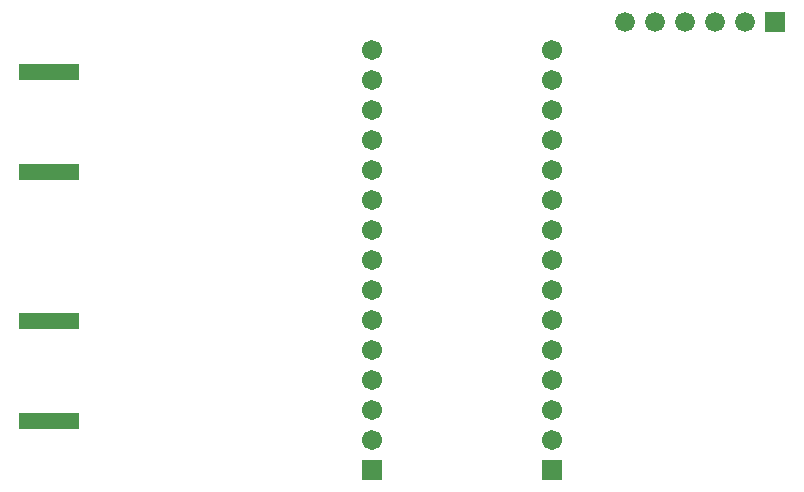
<source format=gbs>
G04 Layer: BottomSolderMaskLayer*
G04 EasyEDA v6.5.44, 2024-08-27 10:33:55*
G04 3fde5a6329554247a190ecd3801b01c9,e183ea938b1e48739b2e3e039e877233,10*
G04 Gerber Generator version 0.2*
G04 Scale: 100 percent, Rotated: No, Reflected: No *
G04 Dimensions in millimeters *
G04 leading zeros omitted , absolute positions ,4 integer and 5 decimal *
%FSLAX45Y45*%
%MOMM*%

%AMMACRO1*4,1,8,-0.8085,-0.8382,-0.8382,-0.8082,-0.8382,0.8085,-0.8085,0.8382,0.8082,0.8382,0.8382,0.8085,0.8382,-0.8082,0.8082,-0.8382,-0.8085,-0.8382,0*%
%AMMACRO2*4,1,8,-2.5211,-0.7008,-2.5508,-0.6708,-2.5508,0.6711,-2.5211,0.7008,2.5208,0.7008,2.5508,0.6711,2.5508,-0.6708,2.5208,-0.7008,-2.5211,-0.7008,0*%
%AMMACRO3*4,1,8,-0.8212,-0.8509,-0.8509,-0.8209,-0.8509,0.8212,-0.8212,0.8509,0.8209,0.8509,0.8509,0.8212,0.8509,-0.8209,0.8209,-0.8509,-0.8212,-0.8509,0*%
%ADD10C,1.6764*%
%ADD11MACRO1*%
%ADD12MACRO2*%
%ADD13MACRO3*%
%ADD14C,1.7016*%

%LPD*%
D10*
G01*
X5829300Y12611100D03*
G01*
X6083300Y12611100D03*
G01*
X6337300Y12611100D03*
G01*
X6591300Y12611100D03*
G01*
X6845300Y12611100D03*
D11*
G01*
X7099300Y12611100D03*
D12*
G01*
X951699Y11336197D03*
G01*
X951699Y12184202D03*
G01*
X951699Y9227997D03*
G01*
X951699Y10076002D03*
D13*
G01*
X5207000Y8813800D03*
D14*
G01*
X3683000Y9067800D03*
G01*
X3683000Y9575800D03*
G01*
X3683000Y10083800D03*
G01*
X3683000Y10591800D03*
G01*
X3683000Y11099800D03*
G01*
X3683000Y11607800D03*
G01*
X3683000Y12115800D03*
G01*
X5207000Y12369800D03*
G01*
X5207000Y11861800D03*
G01*
X5207000Y11353800D03*
G01*
X5207000Y10845800D03*
G01*
X5207000Y10337800D03*
G01*
X5207000Y9829800D03*
G01*
X5207000Y9321800D03*
G01*
X5207000Y9067800D03*
G01*
X5207000Y9575800D03*
G01*
X5207000Y10083800D03*
G01*
X5207000Y10591800D03*
G01*
X5207000Y11099800D03*
G01*
X5207000Y11607800D03*
G01*
X5207000Y12115800D03*
G01*
X3683000Y12369800D03*
G01*
X3683000Y11861800D03*
G01*
X3683000Y11353800D03*
G01*
X3683000Y10845800D03*
G01*
X3683000Y10337800D03*
G01*
X3683000Y9829800D03*
G01*
X3683000Y9321800D03*
D13*
G01*
X3683000Y8813800D03*
M02*

</source>
